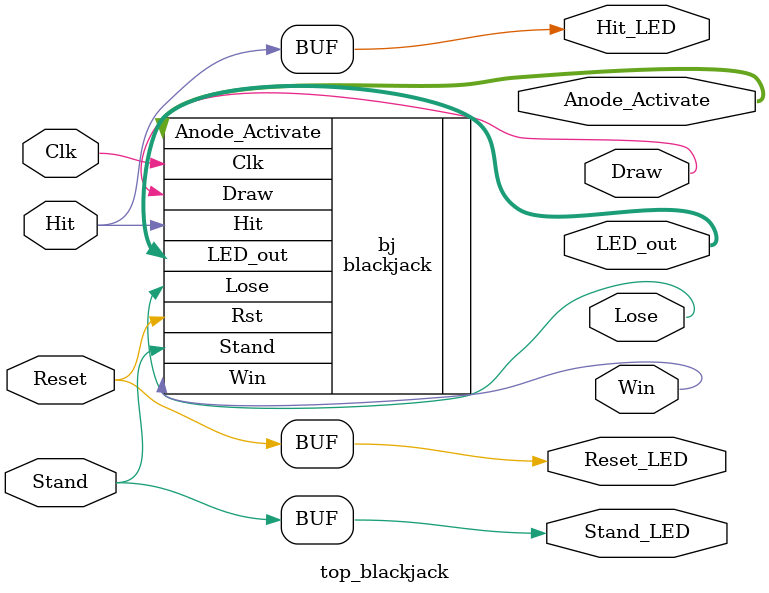
<source format=v>
`timescale 1ns / 1ps

module top_blackjack(
    input Clk,
    input Reset,
    input Hit,
    input Stand,
    output Win,
    output Lose,
    output Draw,
    output Hit_LED,
    output Reset_LED,
    output Stand_LED,
    // 7-seg output
    output [3:0] Anode_Activate,
    output [6:0] LED_out
    );
    
    // Map real buttons to blackjack module
    blackjack bj(.Clk(Clk),
        .Rst(Reset),
        .Hit(Hit),
        .Stand(Stand),
        .Win(Win),
        .Lose(Lose),
        .Draw(Draw),
        .Anode_Activate(Anode_Activate),
        .LED_out(LED_out)
    ); 
    
    assign Hit_LED = Hit;
    assign Reset_LED = Reset;
    assign Stand_LED = Stand;

endmodule

</source>
